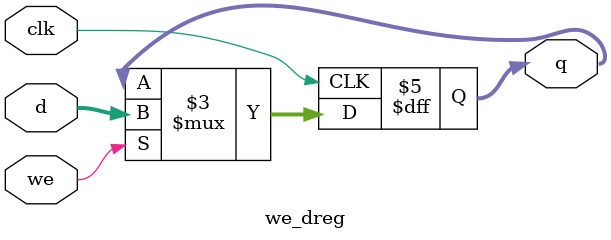
<source format=v>
`timescale 1ns / 1ps

module we_dreg # (parameter WIDTH = 32) (
        input  wire             clk,
        input  wire             we,
        input  wire [WIDTH-1:0] d,
        output reg  [WIDTH-1:0] q
    );

    always @ (posedge clk) begin
        if (we) q <= d;
        else    q <= q;
    end
endmodule
</source>
